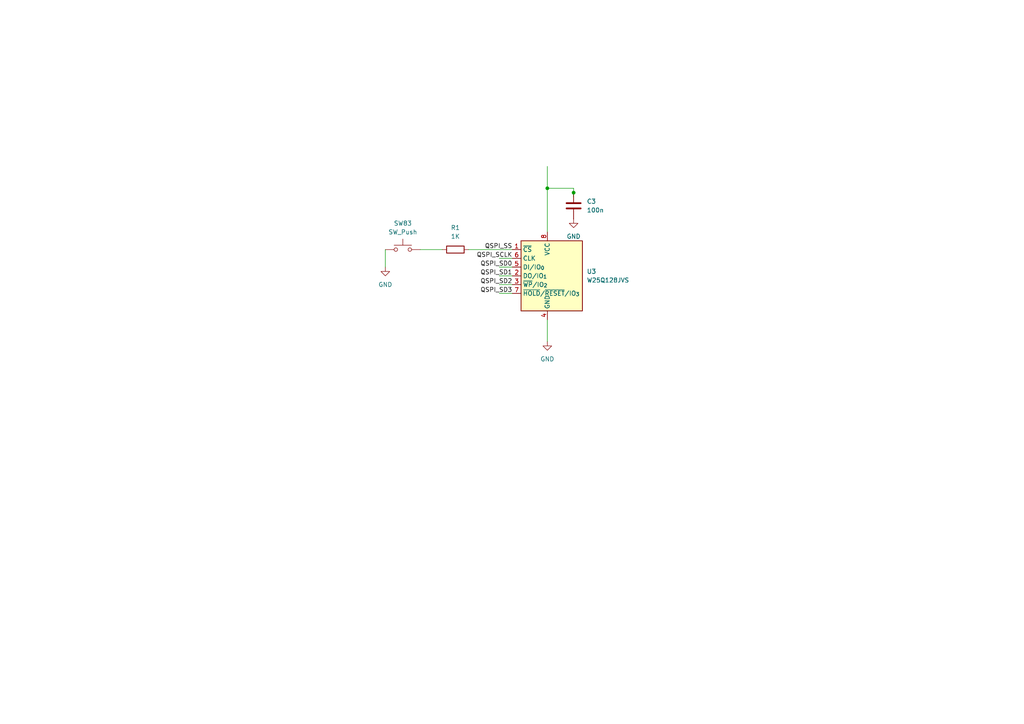
<source format=kicad_sch>
(kicad_sch (version 20250114) (generator "eeschema") (generator_version "9.0")
  (paper "A4")
  (lib_symbols
    (symbol "Device:C" (pin_numbers (hide yes)) (pin_names (offset 0.254))
      (property "Reference" "C" (at 0.635 2.54 0))
      (property "Value" "C" (at 0.635 -2.54 0))
      (symbol "C_0_1"
        (polyline (pts (xy -2.032 0.762) (xy 2.032 0.762)) (stroke (width 0.508)))
        (polyline (pts (xy -2.032 -0.762) (xy 2.032 -0.762)) (stroke (width 0.508)))
      )
      (symbol "C_1_1"
        (pin passive line (at 0 3.81 270) (length 2.794) (name "~") (number "1"))
        (pin passive line (at 0 -3.81 90) (length 2.794) (name "~") (number "2"))
      )
    )
    (symbol "Device:R" (pin_numbers (hide yes)) (pin_names (offset 0))
      (property "Reference" "R" (at 2.032 0 90))
      (property "Value" "R" (at 0 0 90))
      (symbol "R_0_1"
        (rectangle (start -1.016 -2.54) (end 1.016 2.54) (stroke (width 0.254)))
      )
      (symbol "R_1_1"
        (pin passive line (at 0 3.81 270) (length 1.27) (name "~") (number "1"))
        (pin passive line (at 0 -3.81 90) (length 1.27) (name "~") (number "2"))
      )
    )
    (symbol "Memory_Flash:W25Q128JVS"
      (property "Reference" "U" (at -6.35 11.43 0))
      (property "Value" "W25Q128JVS" (at 7.62 11.43 0))
      (symbol "W25Q128JVS_0_1"
        (rectangle (start -7.62 10.16) (end 10.16 -10.16) (stroke (width 0.254)) (fill (type background)))
      )
      (symbol "W25Q128JVS_1_1"
        (pin input line (at -10.16 7.62 0) (length 2.54) (name "~{CS}") (number "1"))
        (pin input line (at -10.16 5.08 0) (length 2.54) (name "CLK") (number "6"))
        (pin bidirectional line (at -10.16 2.54 0) (length 2.54) (name "DI/IO_{0}") (number "5"))
        (pin bidirectional line (at -10.16 0 0) (length 2.54) (name "DO/IO_{1}") (number "2"))
        (pin bidirectional line (at -10.16 -2.54 0) (length 2.54) (name "~{WP}/IO_{2}") (number "3"))
        (pin bidirectional line (at -10.16 -5.08 0) (length 2.54) (name "~{HOLD}/~{RESET}/IO_{3}") (number "7"))
        (pin power_in line (at 0 12.7 270) (length 2.54) (name "VCC") (number "8"))
        (pin power_in line (at 0 -12.7 90) (length 2.54) (name "GND") (number "4"))
      )
    )
    (symbol "Switch:SW_Push" (pin_numbers (hide yes)) (pin_names (offset 1.016) (hide yes))
      (property "Reference" "SW" (at 1.27 2.54 0))
      (property "Value" "SW_Push" (at 0 -1.524 0))
      (symbol "SW_Push_0_1"
        (circle (center -2.032 0) (radius 0.508))
        (polyline (pts (xy 0 1.27) (xy 0 3.048)))
        (circle (center 2.032 0) (radius 0.508))
        (polyline (pts (xy 2.54 1.27) (xy -2.54 1.27)))
        (pin passive line (at -5.08 0 0) (length 2.54) (name "1") (number "1"))
        (pin passive line (at 5.08 0 180) (length 2.54) (name "2") (number "2"))
      )
    )
    (symbol "power:GND" (power) (pin_numbers (hide yes)) (pin_names (offset 0) (hide yes))
      (property "Value" "GND" (at 0 -3.81 0))
      (symbol "GND_0_1"
        (polyline (pts (xy 0 0) (xy 0 -1.27) (xy 1.27 -1.27) (xy 0 -2.54) (xy -1.27 -1.27) (xy 0 -1.27)))
      )
      (symbol "GND_1_1"
        (pin power_in line (at 0 0 270) (length 0) (name "~") (number "1"))
      )
    )
  )
  (junction (at 166.37 55.88))
  (junction (at 158.75 54.61))
  (wire (pts (xy 158.75 48.26) (xy 158.75 54.61)))
  (wire (pts (xy 144.78 77.47) (xy 148.59 77.47)))
  (wire (pts (xy 135.89 72.39) (xy 148.59 72.39)))
  (wire (pts (xy 158.75 54.61) (xy 166.37 54.61)))
  (wire (pts (xy 144.78 82.55) (xy 148.59 82.55)))
  (wire (pts (xy 144.78 85.09) (xy 148.59 85.09)))
  (wire (pts (xy 144.78 74.93) (xy 148.59 74.93)))
  (wire (pts (xy 158.75 54.61) (xy 158.75 67.31)))
  (wire (pts (xy 166.37 55.88) (xy 166.37 57.15)))
  (wire (pts (xy 158.75 92.71) (xy 158.75 99.06)))
  (wire (pts (xy 111.76 72.39) (xy 111.76 77.47)))
  (wire (pts (xy 166.37 54.61) (xy 166.37 55.88)))
  (wire (pts (xy 121.92 72.39) (xy 128.27 72.39)))
  (wire (pts (xy 144.78 80.01) (xy 148.59 80.01)))
  (label "QSPI_SS" (at 148.59 72.39 180))
  (label "QSPI_SD1" (at 148.59 80.01 180))
  (label "QSPI_SD3" (at 148.59 85.09 180))
  (label "QSPI_SD2" (at 148.59 82.55 180))
  (label "QSPI_SCLK" (at 148.59 74.93 180))
  (label "QSPI_SD0" (at 148.59 77.47 180))
  (symbol (lib_id "Device:R") (at 132.08 72.39 270) (unit 1)
    (property "Reference" "R1" (at 132.08 66.04 90))
    (property "Value" "1K" (at 132.08 68.58 90))
    (property "Footprint" "Resistor_SMD:R_0508_1220Metric" (effects (hide yes)))
    (property "Description" "Resistor" (effects (hide yes)))
  )
  (symbol (lib_id "Memory_Flash:W25Q128JVS") (at 158.75 80.01 0) (unit 1)
    (property "Reference" "U3" (at 170.18 78.7399 0) (effects (justify left)))
    (property "Value" "W25Q128JVS" (at 170.18 81.2799 0) (effects (justify left)))
    (property "Footprint" "Package_SO:SOIC-8_5.3x5.3mm_P1.27mm" (effects (hide yes)))
    (property "Datasheet" "https://www.winbond.com/resource-files/w25q128jv_dtr%20revc%2003272018%20plus.pdf" (effects (hide yes)))
    (property "Description" "128Mbit / 16MiB Serial Flash Memory, Standard/Dual/Quad SPI, 2.7-3.6V, SOIC-8" (effects (hide yes)))
  )
  (symbol (lib_id "power:GND") (at 111.76 77.47 0) (unit 1)
    (property "Reference" "#PWR08" (effects (hide yes)))
    (property "Value" "GND" (at 111.76 82.55 0))
    (property "Description" "Power symbol creates a global label with name \"GND\" , ground" (effects (hide yes)))
  )
  (symbol (lib_id "Switch:SW_Push") (at 116.84 72.39 0) (unit 1)
    (property "Reference" "SW83" (at 116.84 64.77 0))
    (property "Value" "SW_Push" (at 116.84 67.31 0))
    (property "Description" "Push button switch, generic, two pins" (effects (hide yes)))
  )
  (symbol (lib_id "power:GND") (at 158.75 99.06 0) (unit 1)
    (property "Reference" "#PWR07" (effects (hide yes)))
    (property "Value" "GND" (at 158.75 104.14 0))
    (property "Description" "Power symbol creates a global label with name \"GND\" , ground" (effects (hide yes)))
  )
  (symbol (lib_id "Device:C") (at 166.37 59.69 0) (unit 1)
    (property "Reference" "C3" (at 170.18 58.4199 0) (effects (justify left)))
    (property "Value" "100n" (at 170.18 60.9599 0) (effects (justify left)))
    (property "Footprint" "Capacitor_SMD:C_0504_1310Metric" (effects (hide yes)))
    (property "Description" "Unpolarized capacitor" (effects (hide yes)))
  )
  (symbol (lib_id "power:GND") (at 166.37 63.5 0) (unit 1)
    (property "Reference" "#PWR09" (effects (hide yes)))
    (property "Value" "GND" (at 166.37 68.58 0))
    (property "Description" "Power symbol creates a global label with name \"GND\" , ground" (effects (hide yes)))
  )
)
</source>
